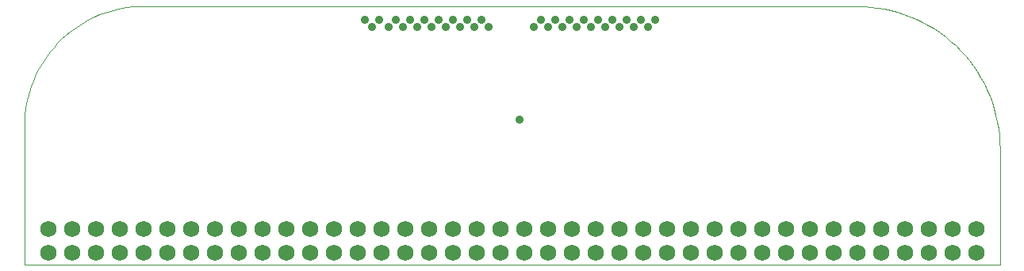
<source format=gbs>
G75*
G70*
%OFA0B0*%
%FSLAX24Y24*%
%IPPOS*%
%LPD*%
%AMOC8*
5,1,8,0,0,1.08239X$1,22.5*
%
%ADD10C,0.0000*%
%ADD11C,0.0680*%
%ADD12C,0.0358*%
D10*
X000183Y002893D02*
X000183Y008750D01*
X000182Y008750D02*
X000188Y008989D01*
X000205Y009227D01*
X000233Y009464D01*
X000273Y009699D01*
X000323Y009932D01*
X000385Y010163D01*
X000458Y010390D01*
X000541Y010614D01*
X000635Y010833D01*
X000739Y011048D01*
X000854Y011257D01*
X000978Y011461D01*
X001112Y011658D01*
X001255Y011849D01*
X001407Y012033D01*
X001567Y012210D01*
X001736Y012379D01*
X001913Y012539D01*
X002097Y012691D01*
X002288Y012834D01*
X002485Y012968D01*
X002689Y013092D01*
X002898Y013207D01*
X003113Y013311D01*
X003332Y013405D01*
X003556Y013488D01*
X003783Y013561D01*
X004014Y013623D01*
X004247Y013673D01*
X004482Y013713D01*
X004719Y013741D01*
X004957Y013758D01*
X005196Y013764D01*
X005196Y013763D02*
X035171Y013763D01*
X035171Y013764D02*
X035457Y013757D01*
X035742Y013737D01*
X036025Y013703D01*
X036307Y013655D01*
X036586Y013595D01*
X036863Y013521D01*
X037135Y013434D01*
X037402Y013334D01*
X037665Y013221D01*
X037922Y013097D01*
X038173Y012960D01*
X038417Y012811D01*
X038654Y012651D01*
X038882Y012479D01*
X039103Y012298D01*
X039314Y012105D01*
X039516Y011903D01*
X039709Y011692D01*
X039890Y011471D01*
X040062Y011243D01*
X040222Y011006D01*
X040371Y010762D01*
X040508Y010511D01*
X040632Y010254D01*
X040745Y009991D01*
X040845Y009724D01*
X040932Y009452D01*
X041006Y009175D01*
X041066Y008896D01*
X041114Y008614D01*
X041148Y008331D01*
X041168Y008046D01*
X041175Y007760D01*
X041175Y002893D01*
X000183Y002893D01*
D11*
X001183Y003393D03*
X002183Y003393D03*
X003183Y003393D03*
X004183Y003393D03*
X005183Y003393D03*
X006183Y003393D03*
X007183Y003393D03*
X008183Y003393D03*
X009183Y003393D03*
X010183Y003393D03*
X011183Y003393D03*
X012183Y003393D03*
X013183Y003393D03*
X014183Y003393D03*
X015183Y003393D03*
X016183Y003393D03*
X017183Y003393D03*
X018183Y003393D03*
X019183Y003393D03*
X020183Y003393D03*
X021183Y003393D03*
X022183Y003393D03*
X023183Y003393D03*
X024183Y003393D03*
X025183Y003393D03*
X026183Y003393D03*
X027183Y003393D03*
X028183Y003393D03*
X029183Y003393D03*
X030183Y003393D03*
X031183Y003393D03*
X032183Y003393D03*
X033183Y003393D03*
X034183Y003393D03*
X035183Y003393D03*
X036183Y003393D03*
X037183Y003393D03*
X038183Y003393D03*
X039183Y003393D03*
X040183Y003393D03*
X040183Y004393D03*
X039183Y004393D03*
X038183Y004393D03*
X037183Y004393D03*
X036183Y004393D03*
X035183Y004393D03*
X034183Y004393D03*
X033183Y004393D03*
X032183Y004393D03*
X031183Y004393D03*
X030183Y004393D03*
X029183Y004393D03*
X028183Y004393D03*
X027183Y004393D03*
X026183Y004393D03*
X025183Y004393D03*
X024183Y004393D03*
X023183Y004393D03*
X022183Y004393D03*
X021183Y004393D03*
X020183Y004393D03*
X019183Y004393D03*
X018183Y004393D03*
X017183Y004393D03*
X016183Y004393D03*
X015183Y004393D03*
X014183Y004393D03*
X013183Y004393D03*
X012183Y004393D03*
X011183Y004393D03*
X010183Y004393D03*
X009183Y004393D03*
X008183Y004393D03*
X007183Y004393D03*
X006183Y004393D03*
X005183Y004393D03*
X004183Y004393D03*
X003183Y004393D03*
X002183Y004393D03*
X001183Y004393D03*
D12*
X020983Y008993D03*
X021583Y012893D03*
X022183Y012893D03*
X022783Y012893D03*
X023383Y012893D03*
X023983Y012893D03*
X024583Y012893D03*
X025183Y012893D03*
X025783Y012893D03*
X026383Y012893D03*
X026683Y013193D03*
X026083Y013193D03*
X025483Y013193D03*
X024883Y013193D03*
X024283Y013193D03*
X023683Y013193D03*
X023083Y013193D03*
X022483Y013193D03*
X021883Y013193D03*
X019683Y012893D03*
X019083Y012893D03*
X018483Y012893D03*
X017883Y012893D03*
X017283Y012893D03*
X016683Y012893D03*
X016083Y012893D03*
X015483Y012893D03*
X014783Y012893D03*
X015083Y013193D03*
X015783Y013193D03*
X016383Y013193D03*
X016983Y013193D03*
X017583Y013193D03*
X018183Y013193D03*
X018783Y013193D03*
X019383Y013193D03*
X014483Y013193D03*
M02*

</source>
